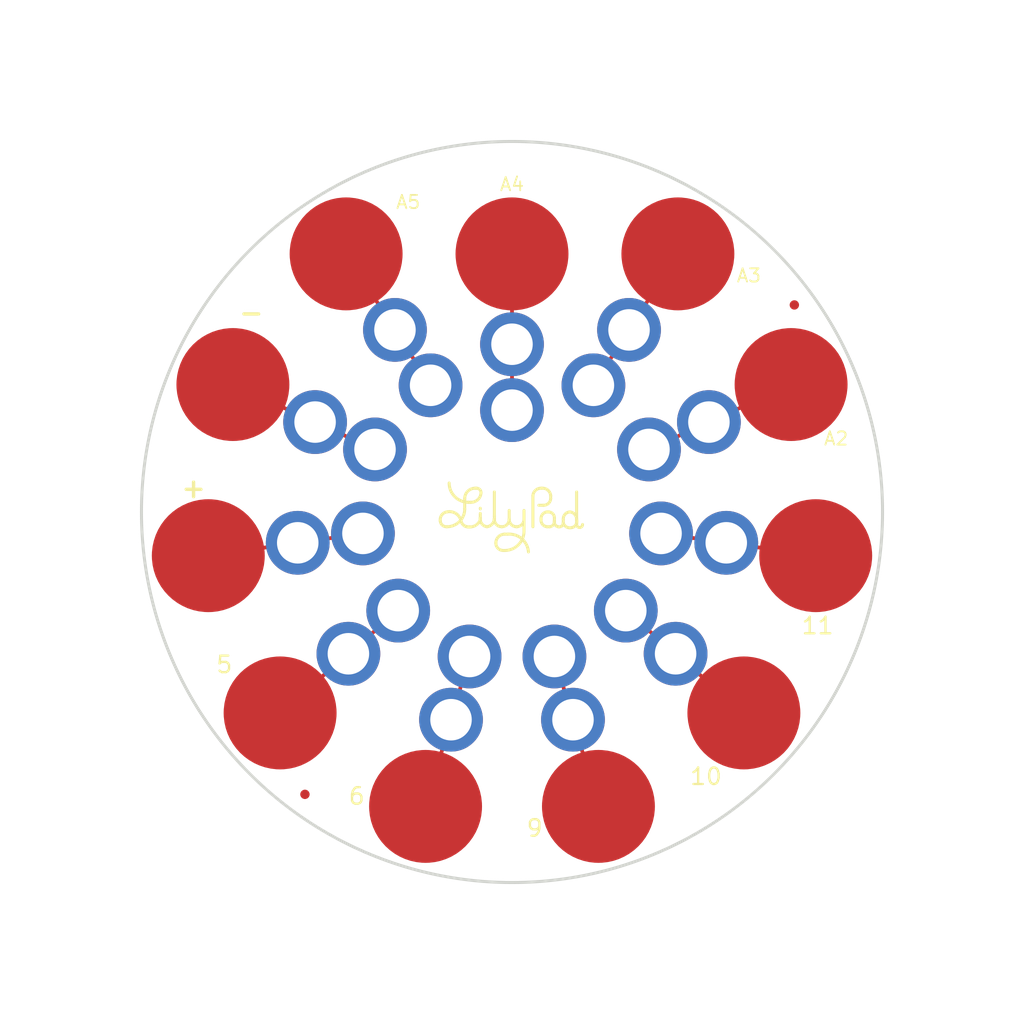
<source format=kicad_pcb>
(kicad_pcb (version 20211014) (generator pcbnew)
  (layers (0 "F.Cu" signal) (31 "B.Cu" signal) (34 "B.Paste" user) (35 "F.Paste" user) (36 "B.SilkS" user "B.Silkscreen") (37 "F.SilkS" user "F.Silkscreen") (38 "B.Mask" user) (39 "F.Mask" user) (44 "Edge.Cuts" user))
  (net 0 "")
  (net 1 "GND")
  (net 2 "VCC")
  (net 3 "D11")
  (net 4 "D5")
  (net 5 "D9")
  (net 6 "D6")
  (net 7 "D10")
  (net 8 "A2")
  (net 9 "A3")
  (net 10 "A4")
  (net 11 "A5")
  (footprint "boardEagle:SNAP-MALE_LARGE" (layer "F.Cu") (at 168.9914 107.9497)
    (fp_text reference "JP11" hide)
    (fp_text value "M01SNAP-MALE_LARGE" hide)
    (pad "2" smd roundrect (at 0 0) (size 7.62 7.62) (layers "F.Cu" "F.Paste" "F.Mask") (roundrect_rratio 0.5) (net 3 "D11"))
  )
  (footprint "boardEagle:SNAP-MALE_LARGE" (layer "F.Cu") (at 148.5011 87.5888)
    (fp_text reference "JP5" hide)
    (fp_text value "M01SNAP-MALE_LARGE" hide)
    (pad "2" smd roundrect (at 0 0) (size 7.62 7.62) (layers "F.Cu" "F.Paste" "F.Mask") (roundrect_rratio 0.5) (net 10 "A4"))
  )
  (footprint "boardEagle:MICRO-FIDUCIAL" (layer "F.Cu") (at 167.5511 91.0336)
    (fp_text reference "JP2" hide)
    (fp_text value "FIDUCIALUFIDUCIAL" hide)
    (pad "1" smd roundrect (at 0 0) (size 0.635 0.635) (layers "F.Cu" "F.Mask") (roundrect_rratio 0.5))
  )
  (footprint "boardEagle:SNAP-MALE_LARGE" (layer "F.Cu") (at 128.0108 107.9497)
    (fp_text reference "JP12" hide)
    (fp_text value "M01SNAP-MALE_LARGE" hide)
    (pad "2" smd roundrect (at 0 0) (size 7.62 7.62) (layers "F.Cu" "F.Paste" "F.Mask") (roundrect_rratio 0.5) (net 2 "VCC"))
  )
  (footprint "boardEagle:SNAP-MALE_LARGE" (layer "F.Cu") (at 167.3314 96.4041)
    (fp_text reference "JP3" hide)
    (fp_text value "M01SNAP-MALE_LARGE" hide)
    (pad "2" smd roundrect (at 0 0) (size 7.62 7.62) (layers "F.Cu" "F.Paste" "F.Mask") (roundrect_rratio 0.5) (net 8 "A2"))
  )
  (footprint "boardEagle:MICRO-FIDUCIAL" (layer "F.Cu") (at 134.5311 124.0536)
    (fp_text reference "JP1" hide)
    (fp_text value "FIDUCIALUFIDUCIAL" hide)
    (pad "1" smd roundrect (at 0 0) (size 0.635 0.635) (layers "F.Cu" "F.Mask") (roundrect_rratio 0.5))
  )
  (footprint "boardEagle:LOGO-LILYPAD" (layer "F.Cu") (at 148.5011 105.0336)
    (fp_text reference "U$1" hide)
    (fp_text value "LOGO-LPLP" hide)
    (fp_line (start -2.14 0.365) (end -2.14 0.065) (layer "F.SilkS") (width 0.2032))
    (fp_line (start 2.56 0.965) (end 2.36 0.965) (layer "F.SilkS") (width 0.2032))
    (fp_line (start 3.46 0.765) (end 3.46 0.715) (layer "F.SilkS") (width 0.2032))
    (fp_line (start 3.46 0.715) (end 3.46 0.465) (layer "F.SilkS") (width 0.2032))
    (fp_line (start -2.94 -0.685) (end -2.79 -0.685) (layer "F.SilkS") (width 0.2032))
    (fp_line (start 4.36 0.715) (end 4.36 0.815) (layer "F.SilkS") (width 0.2032))
    (fp_line (start 4.36 0.615) (end 4.36 -1.385) (layer "F.SilkS") (width 0.2032))
    (fp_line (start 0.81 0.465) (end 0.81 -0.135) (layer "F.SilkS") (width 0.2032))
    (fp_line (start -1.19 0.465) (end -1.19 0.415) (layer "F.SilkS") (width 0.2032))
    (fp_line (start 2.86 0.365) (end 2.86 0.565) (layer "F.SilkS") (width 0.2032))
    (fp_line (start -0.19 0.465) (end -0.19 -0.135) (layer "F.SilkS") (width 0.2032))
    (fp_line (start -1.19 0.265) (end -1.19 -1.385) (layer "F.SilkS") (width 0.2032))
    (fp_line (start 1.41 0.965) (end 1.41 -1.135) (layer "F.SilkS") (width 0.2032))
    (fp_line (start -3.19 -0.235) (end -3.19 -0.935) (layer "F.SilkS") (width 0.2032))
    (fp_line (start -0.49 1.465) (end -0.29 1.465) (layer "F.SilkS") (width 0.2032))
    (fp_line (start 2.61 -1.135) (end 2.61 -0.935) (layer "F.SilkS") (width 0.2032))
    (fp_line (start -2.49 -1.635) (end -2.39 -1.635) (layer "F.SilkS") (width 0.2032))
    (fp_line (start 0.81 1.265) (end 0.81 0.465) (layer "F.SilkS") (width 0.2032))
    (fp_line (start 2.36 -0.035) (end 2.46 -0.035) (layer "F.SilkS") (width 0.2032))
    (fp_line (start -0.59 2.565) (end -0.49 2.565) (layer "F.SilkS") (width 0.2032))
    (fp_line (start -2.14 0.365) (end -2.14 0.515) (layer "F.SilkS") (width 0.2032))
    (fp_line (start 2.11 -0.485) (end 1.81 -0.485) (layer "F.SilkS") (width 0.2032))
    (fp_line (start -2.14 -0.235) (end -2.14 -0.285) (layer "F.SilkS") (width 0.2032))
    (fp_arc (start -2.09 -1.335) (mid -2.305381 -0.865025) (end -2.79 -0.685) (layer "F.SilkS") (width 0.2032))
    (fp_arc (start -2.39 -1.635) (mid -2.177868 -1.547132) (end -2.09 -1.335) (layer "F.SilkS") (width 0.2032))
    (fp_arc (start 0.81 0.465) (mid 0.663553 0.818553) (end 0.31 0.965) (layer "F.SilkS") (width 0.2032))
    (fp_arc (start -0.59 2.565) (mid -0.943553 2.418553) (end -1.09 2.065) (layer "F.SilkS") (width 0.2032))
    (fp_arc (start -0.69 0.965) (mid -1.043553 0.818553) (end -1.19 0.465) (layer "F.SilkS") (width 0.2032))
    (fp_arc (start 4.36 0.515) (mid 4.372311 0.615) (end 4.36 0.715) (layer "F.SilkS") (width 0.2032))
    (fp_arc (start 2.61 -0.935) (mid 2.453171 -0.606475) (end 2.109999 -0.484999) (layer "F.SilkS") (width 0.2032))
    (fp_arc (start 4.36 0.715) (mid 4.251547 0.906548) (end 4.059999 1.015) (layer "F.SilkS") (width 0.2032))
    (fp_arc (start -2.839999 0.964999) (mid -3.222842 0.889264) (end -3.44 0.565) (layer "F.SilkS") (width 0.2032))
    (fp_arc (start 3.46 0.765) (mid 3.326421 0.937487) (end 3.11 0.965) (layer "F.SilkS") (width 0.2032))
    (fp_arc (start -3.19 -0.235) (mid -3.541472 0.613528) (end -4.39 0.965) (layer "F.SilkS") (width 0.2032))
    (fp_arc (start 2.86 0.565) (mid 2.792843 0.827132) (end 2.56 0.965) (layer "F.SilkS") (width 0.2032))
    (fp_arc (start -1.09 2.065) (mid -0.914264 1.640735) (end -0.489999 1.464999) (layer "F.SilkS") (width 0.2032))
    (fp_arc (start -2.14 0.515) (mid -2.582158 0.932462) (end -3.190001 0.914999) (layer "F.SilkS") (width 0.2032))
    (fp_arc (start 4.06 1.015) (mid 3.697868 0.989264) (end 3.46 0.715) (layer "F.SilkS") (width 0.2032))
    (fp_arc (start -1.69 0.965) (mid -2.039264 0.758198) (end -2.14 0.365) (layer "F.SilkS") (width 0.2032))
    (fp_arc (start 4.56 1.015) (mid 4.418579 0.956421) (end 4.36 0.815) (layer "F.SilkS") (width 0.2032))
    (fp_arc (start -0.19 0.465) (mid -0.336447 0.818553) (end -0.69 0.965) (layer "F.SilkS") (width 0.2032))
    (fp_arc (start 1.41 -1.135) (mid 1.606447 -1.509264) (end 2.01 -1.635) (layer "F.SilkS") (width 0.2032))
    (fp_arc (start 3.91 -0.035) (mid 4.248909 0.146802) (end 4.36 0.515) (layer "F.SilkS") (width 0.2032))
    (fp_arc (start -2.94 -0.685) (mid -3.859239 -1.065761) (end -4.24 -1.985) (layer "F.SilkS") (width 0.2032))
    (fp_arc (start -1.19 0.415) (mid -1.338239 0.78251) (end -1.690001 0.965) (layer "F.SilkS") (width 0.2032))
    (fp_arc (start 0.81 1.265) (mid 0.429239 2.184239) (end -0.49 2.565) (layer "F.SilkS") (width 0.2032))
    (fp_arc (start -4.39 -0.035) (mid -3.790736 0.068249) (end -3.44 0.565) (layer "F.SilkS") (width 0.2032))
    (fp_arc (start -1.19 0.265) (mid -1.187119 0.34) (end -1.19 0.415) (layer "F.SilkS") (width 0.2032))
    (fp_arc (start 2.46 -0.035) (mid 2.742843 0.082157) (end 2.86 0.365) (layer "F.SilkS") (width 0.2032))
    (fp_arc (start 2.01 -1.635) (mid 2.413529 -1.509234) (end 2.609999 -1.134999) (layer "F.SilkS") (width 0.2032))
    (fp_arc (start -4.84 0.565) (mid -4.739264 0.171802) (end -4.39 -0.035) (layer "F.SilkS") (width 0.2032))
    (fp_arc (start 3.11 0.965) (mid 2.902157 0.816777) (end 2.86 0.565) (layer "F.SilkS") (width 0.2032))
    (fp_arc (start 2.36 0.965) (mid 2.056446 0.797842) (end 1.959999 0.464999) (layer "F.SilkS") (width 0.2032))
    (fp_arc (start -3.19 -0.935) (mid -2.984975 -1.429975) (end -2.49 -1.635) (layer "F.SilkS") (width 0.2032))
    (fp_arc (start -0.29 1.465) (mid 0.658528 1.775051) (end 1.11 2.665) (layer "F.SilkS") (width 0.2032))
    (fp_arc (start 0.31 0.965) (mid -0.043553 0.818553) (end -0.19 0.465) (layer "F.SilkS") (width 0.2032))
    (fp_arc (start 3.46 0.465) (mid 3.581447 0.121802) (end 3.91 -0.035) (layer "F.SilkS") (width 0.2032))
    (fp_arc (start 1.96 0.465) (mid 2.056447 0.132157) (end 2.36 -0.035) (layer "F.SilkS") (width 0.2032))
    (fp_arc (start -4.39 0.965) (mid -4.697843 0.858198) (end -4.84 0.565) (layer "F.SilkS") (width 0.2032))
    (fp_arc (start 4.76 0.815) (mid 4.701421 0.956421) (end 4.56 1.015) (layer "F.SilkS") (width 0.2032))
  )
  (footprint "boardEagle:SNAP-MALE_LARGE" (layer "F.Cu") (at 159.6929 87.5888)
    (fp_text reference "JP4" hide)
    (fp_text value "M01SNAP-MALE_LARGE" hide)
    (pad "2" smd roundrect (at 0 0) (size 7.62 7.62) (layers "F.Cu" "F.Paste" "F.Mask") (roundrect_rratio 0.5) (net 9 "A3"))
  )
  (footprint "boardEagle:SNAP-MALE_LARGE" (layer "F.Cu") (at 132.8563 118.5599)
    (fp_text reference "JP7" hide)
    (fp_text value "M01SNAP-MALE_LARGE" hide)
    (pad "2" smd roundrect (at 0 0) (size 7.62 7.62) (layers "F.Cu" "F.Paste" "F.Mask") (roundrect_rratio 0.5) (net 4 "D5"))
  )
  (footprint "boardEagle:SNAP-MALE_LARGE" (layer "F.Cu") (at 137.3093 87.5888)
    (fp_text reference "JP6" hide)
    (fp_text value "M01SNAP-MALE_LARGE" hide)
    (pad "2" smd roundrect (at 0 0) (size 7.62 7.62) (layers "F.Cu" "F.Paste" "F.Mask") (roundrect_rratio 0.5) (net 11 "A5"))
  )
  (footprint "boardEagle:SNAP-MALE_LARGE" (layer "F.Cu") (at 164.1459 118.5599)
    (fp_text reference "JP10" hide)
    (fp_text value "M01SNAP-MALE_LARGE" hide)
    (pad "2" smd roundrect (at 0 0) (size 7.62 7.62) (layers "F.Cu" "F.Paste" "F.Mask") (roundrect_rratio 0.5) (net 7 "D10"))
  )
  (footprint "boardEagle:SNAP-MALE_LARGE" (layer "F.Cu") (at 129.6708 96.4041)
    (fp_text reference "JP13" hide)
    (fp_text value "M01SNAP-MALE_LARGE" hide)
    (pad "2" smd roundrect (at 0 0) (size 7.62 7.62) (layers "F.Cu" "F.Paste" "F.Mask") (roundrect_rratio 0.5) (net 1 "GND"))
  )
  (footprint "boardEagle:SNAP-MALE_LARGE" (layer "F.Cu") (at 154.3332 124.8661)
    (fp_text reference "JP9" hide)
    (fp_text value "M01SNAP-MALE_LARGE" hide)
    (pad "2" smd roundrect (at 0 0) (size 7.62 7.62) (layers "F.Cu" "F.Paste" "F.Mask") (roundrect_rratio 0.5) (net 5 "D9"))
  )
  (footprint "boardEagle:SNAP-MALE_LARGE" (layer "F.Cu") (at 142.669 124.8661)
    (fp_text reference "JP8" hide)
    (fp_text value "M01SNAP-MALE_LARGE" hide)
    (pad "2" smd roundrect (at 0 0) (size 7.62 7.62) (layers "F.Cu" "F.Paste" "F.Mask") (roundrect_rratio 0.5) (net 6 "D6"))
  )
  (gr_circle (center 148.5011 105.0036) (end 173.5011 105.0036) (layer "Edge.Cuts") (width 0.2032) (fill none))
  (gr_text "11" (at 167.9561 113.3306) (layer "F.SilkS") (effects (font (size 1.1176 1.1176) (thickness 0.1524)) (justify left bottom)))
  (gr_text "9" (at 149.3981 126.9876) (layer "F.SilkS") (effects (font (size 1.1176 1.1176) (thickness 0.1524)) (justify left bottom)))
  (gr_text "A5" (at 140.6091 84.6186) (layer "F.SilkS") (effects (font (size 0.89408 0.89408) (thickness 0.12192)) (justify left bottom)))
  (gr_text "A2" (at 169.4821 100.5716) (layer "F.SilkS") (effects (font (size 0.89408 0.89408) (thickness 0.12192)) (justify left bottom)))
  (gr_text "A4" (at 147.6121 83.4136) (layer "F.SilkS") (effects (font (size 0.89408 0.89408) (thickness 0.12192)) (justify left bottom)))
  (gr_text "6" (at 137.3931 124.8286) (layer "F.SilkS") (effects (font (size 1.1176 1.1176) (thickness 0.1524)) (justify left bottom)))
  (gr_text "-" (at 129.9591 92.3036) (layer "F.SilkS") (effects (font (size 1.2954 1.2954) (thickness 0.2286)) (justify left bottom)))
  (gr_text "10" (at 160.4271 123.5006) (layer "F.SilkS") (effects (font (size 1.1176 1.1176) (thickness 0.1524)) (justify left bottom)))
  (gr_text "+" (at 126.0641 104.1396) (layer "F.SilkS") (effects (font (size 1.2954 1.2954) (thickness 0.2286)) (justify left bottom)))
  (gr_text "5" (at 128.4581 115.9536) (layer "F.SilkS") (effects (font (size 1.1176 1.1176) (thickness 0.1524)) (justify left bottom)))
  (gr_text "A3" (at 163.5961 89.5716) (layer "F.SilkS") (effects (font (size 0.89408 0.89408) (thickness 0.12192)) (justify left bottom)))
  (segment (start 139.2592 100.783) (end 135.2159 98.9365) (width 0.254) (layer "F.Cu") (net 1))
  (segment (start 135.2159 98.9365) (end 129.6708 96.4041) (width 0.254) (layer "F.Cu") (net 1))
  (via (at 135.2159 98.9365) (size 4.3) (drill 2.8) (layers "F.Cu" "B.Cu") (net 1))
  (via (at 139.2592 100.783) (size 4.3) (drill 2.8) (layers "F.Cu" "B.Cu") (net 1))
  (segment (start 138.4445 106.4495) (end 134.0448 107.0821) (width 0.254) (layer "F.Cu") (net 2))
  (segment (start 134.0448 107.0821) (end 128.0108 107.9497) (width 0.254) (layer "F.Cu") (net 2))
  (via (at 138.4445 106.4495) (size 4.3) (drill 2.8) (layers "F.Cu" "B.Cu") (net 2))
  (via (at 134.0448 107.0821) (size 4.3) (drill 2.8) (layers "F.Cu" "B.Cu") (net 2))
  (segment (start 158.5577 106.4495) (end 162.9574 107.0821) (width 0.254) (layer "F.Cu") (net 3))
  (segment (start 162.9574 107.0821) (end 168.9914 107.9497) (width 0.254) (layer "F.Cu") (net 3))
  (via (at 158.5577 106.4495) (size 4.3) (drill 2.8) (layers "F.Cu" "B.Cu") (net 3))
  (via (at 162.9574 107.0821) (size 4.3) (drill 2.8) (layers "F.Cu" "B.Cu") (net 3))
  (segment (start 140.8227 111.657) (end 137.4634 114.5678) (width 0.254) (layer "F.Cu") (net 4))
  (segment (start 137.4634 114.5678) (end 132.8563 118.5599) (width 0.254) (layer "F.Cu") (net 4))
  (via (at 140.8227 111.657) (size 4.3) (drill 2.8) (layers "F.Cu" "B.Cu") (net 4))
  (via (at 137.4634 114.5678) (size 4.3) (drill 2.8) (layers "F.Cu" "B.Cu") (net 4))
  (segment (start 151.3635 114.752) (end 152.6158 119.017) (width 0.254) (layer "F.Cu") (net 5))
  (segment (start 152.6158 119.017) (end 154.3332 124.8661) (width 0.254) (layer "F.Cu") (net 5))
  (via (at 152.6158 119.017) (size 4.3) (drill 2.8) (layers "F.Cu" "B.Cu") (net 5))
  (via (at 151.3635 114.752) (size 4.3) (drill 2.8) (layers "F.Cu" "B.Cu") (net 5))
  (segment (start 145.6387 114.752) (end 144.3864 119.017) (width 0.254) (layer "F.Cu") (net 6))
  (segment (start 144.3864 119.017) (end 142.669 124.8661) (width 0.254) (layer "F.Cu") (net 6))
  (via (at 145.6387 114.752) (size 4.3) (drill 2.8) (layers "F.Cu" "B.Cu") (net 6))
  (via (at 144.3864 119.017) (size 4.3) (drill 2.8) (layers "F.Cu" "B.Cu") (net 6))
  (segment (start 164.1459 118.5599) (end 159.5388 114.5678) (width 0.254) (layer "F.Cu") (net 7))
  (segment (start 159.5388 114.5678) (end 156.1795 111.657) (width 0.254) (layer "F.Cu") (net 7))
  (via (at 156.1795 111.657) (size 4.3) (drill 2.8) (layers "F.Cu" "B.Cu") (net 7))
  (via (at 159.5388 114.5678) (size 4.3) (drill 2.8) (layers "F.Cu" "B.Cu") (net 7))
  (segment (start 157.743 100.783) (end 161.7863 98.9365) (width 0.254) (layer "F.Cu") (net 8))
  (segment (start 161.7863 98.9365) (end 167.3314 96.4041) (width 0.254) (layer "F.Cu") (net 8))
  (via (at 157.743 100.783) (size 4.3) (drill 2.8) (layers "F.Cu" "B.Cu") (net 8))
  (via (at 161.7863 98.9365) (size 4.3) (drill 2.8) (layers "F.Cu" "B.Cu") (net 8))
  (segment (start 153.994 96.4565) (end 156.3972 92.7171) (width 0.254) (layer "F.Cu") (net 9))
  (segment (start 156.3972 92.7171) (end 159.6929 87.5888) (width 0.254) (layer "F.Cu") (net 9))
  (via (at 156.3972 92.7171) (size 4.3) (drill 2.8) (layers "F.Cu" "B.Cu") (net 9))
  (via (at 153.994 96.4565) (size 4.3) (drill 2.8) (layers "F.Cu" "B.Cu") (net 9))
  (segment (start 148.5011 93.6848) (end 148.5011 87.5888) (width 0.254) (layer "F.Cu") (net 10))
  (segment (start 148.5011 98.1298) (end 148.5011 93.6848) (width 0.254) (layer "F.Cu") (net 10))
  (via (at 148.5011 98.1298) (size 4.3) (drill 2.8) (layers "F.Cu" "B.Cu") (net 10))
  (via (at 148.5011 93.6848) (size 4.3) (drill 2.8) (layers "F.Cu" "B.Cu") (net 10))
  (segment (start 143.0082 96.4565) (end 140.605 92.7171) (width 0.254) (layer "F.Cu") (net 11))
  (segment (start 140.605 92.7171) (end 137.3093 87.5888) (width 0.254) (layer "F.Cu") (net 11))
  (via (at 140.605 92.7171) (size 4.3) (drill 2.8) (layers "F.Cu" "B.Cu") (net 11))
  (via (at 143.0082 96.4565) (size 4.3) (drill 2.8) (layers "F.Cu" "B.Cu") (net 11))
)
</source>
